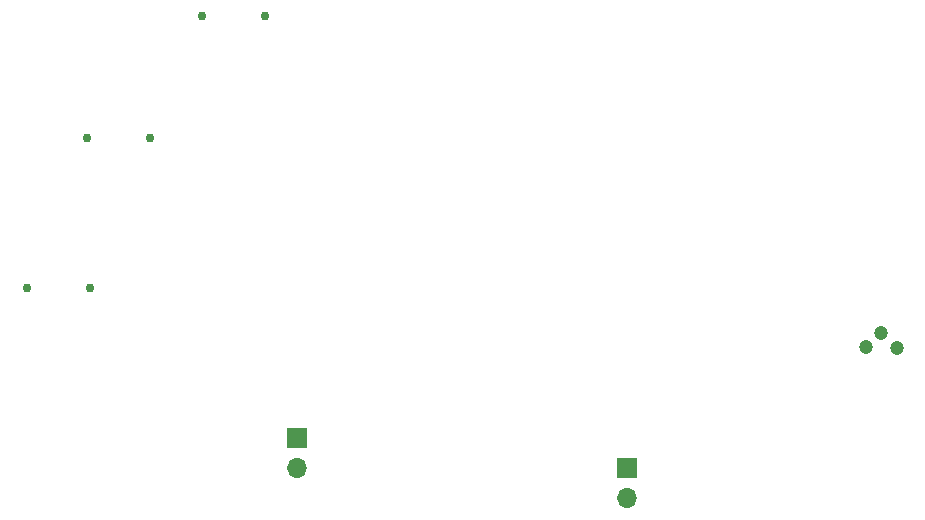
<source format=gbr>
%TF.GenerationSoftware,KiCad,Pcbnew,7.0.6*%
%TF.CreationDate,2023-07-29T19:28:03+05:30*%
%TF.ProjectId,Final_ESA_q5,46696e61-6c5f-4455-9341-5f71352e6b69,rev?*%
%TF.SameCoordinates,Original*%
%TF.FileFunction,Soldermask,Bot*%
%TF.FilePolarity,Negative*%
%FSLAX46Y46*%
G04 Gerber Fmt 4.6, Leading zero omitted, Abs format (unit mm)*
G04 Created by KiCad (PCBNEW 7.0.6) date 2023-07-29 19:28:03*
%MOMM*%
%LPD*%
G01*
G04 APERTURE LIST*
%ADD10C,0.758000*%
%ADD11C,1.200000*%
%ADD12R,1.700000X1.700000*%
%ADD13O,1.700000X1.700000*%
G04 APERTURE END LIST*
D10*
%TO.C,R2*%
X83819985Y-81280013D03*
X89155294Y-81292194D03*
%TD*%
%TO.C,R1*%
X88899985Y-68580013D03*
X94235294Y-68592194D03*
%TD*%
D11*
%TO.C,Q1*%
X154907212Y-86353420D03*
X156183740Y-85096632D03*
X157480008Y-86360000D03*
%TD*%
D12*
%TO.C,J1*%
X106680000Y-93980000D03*
D13*
X106680000Y-96520000D03*
%TD*%
D10*
%TO.C,C1*%
X98713385Y-58316513D03*
X104048694Y-58328694D03*
%TD*%
D12*
%TO.C,J2*%
X134620000Y-96520000D03*
D13*
X134620000Y-99060000D03*
%TD*%
M02*

</source>
